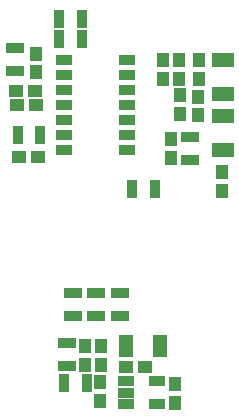
<source format=gbp>
G04*
G04 #@! TF.GenerationSoftware,Altium Limited,Altium Designer,20.0.10 (225)*
G04*
G04 Layer_Color=128*
%FSLAX25Y25*%
%MOIN*%
G70*
G01*
G75*
%ADD29R,0.03756X0.06118*%
%ADD35R,0.04800X0.04100*%
%ADD36R,0.04100X0.04800*%
%ADD41R,0.06118X0.03756*%
%ADD214R,0.04543X0.07299*%
%ADD215R,0.07299X0.04543*%
%ADD216R,0.05331X0.03362*%
%ADD217R,0.05646X0.03284*%
D29*
X325397Y100399D02*
D03*
X332877D02*
D03*
X339323Y132642D02*
D03*
X346803D02*
D03*
X339323Y139335D02*
D03*
X346803D02*
D03*
X363706Y82630D02*
D03*
X371186D02*
D03*
X348481Y17730D02*
D03*
X341001D02*
D03*
D35*
X325774Y93166D02*
D03*
X332074D02*
D03*
X324953Y115320D02*
D03*
X331253D02*
D03*
X325346Y110398D02*
D03*
X331646D02*
D03*
X367983Y23338D02*
D03*
X361683D02*
D03*
D36*
X379284Y125556D02*
D03*
Y119256D02*
D03*
X331662Y121372D02*
D03*
Y127672D02*
D03*
X385977Y119256D02*
D03*
Y125556D02*
D03*
X385583Y107051D02*
D03*
Y113351D02*
D03*
X393620Y81981D02*
D03*
Y88281D02*
D03*
X376528Y92878D02*
D03*
Y99178D02*
D03*
X353238Y30230D02*
D03*
Y23930D02*
D03*
X352970Y18117D02*
D03*
Y11817D02*
D03*
X347886Y30276D02*
D03*
Y23976D02*
D03*
X373772Y119256D02*
D03*
Y125556D02*
D03*
X379677Y113745D02*
D03*
Y107445D02*
D03*
X377816Y11271D02*
D03*
Y17571D02*
D03*
D41*
X324512Y121974D02*
D03*
Y129454D02*
D03*
X343823Y47784D02*
D03*
Y40304D02*
D03*
X351697Y47784D02*
D03*
Y40304D02*
D03*
X359571Y47784D02*
D03*
Y40304D02*
D03*
X382827Y99768D02*
D03*
Y92288D02*
D03*
X341842Y31143D02*
D03*
Y23663D02*
D03*
D214*
X372804Y30074D02*
D03*
X361386D02*
D03*
D215*
X393851Y114138D02*
D03*
Y125556D02*
D03*
X393858Y106911D02*
D03*
Y95494D02*
D03*
D216*
X361683Y10937D02*
D03*
Y14677D02*
D03*
Y18417D02*
D03*
X371919D02*
D03*
Y10937D02*
D03*
D217*
X361803Y125595D02*
D03*
Y120595D02*
D03*
Y115595D02*
D03*
Y110595D02*
D03*
Y105595D02*
D03*
Y100595D02*
D03*
Y95595D02*
D03*
X340859D02*
D03*
Y100595D02*
D03*
Y105595D02*
D03*
Y110595D02*
D03*
Y115595D02*
D03*
Y120595D02*
D03*
Y125595D02*
D03*
M02*

</source>
